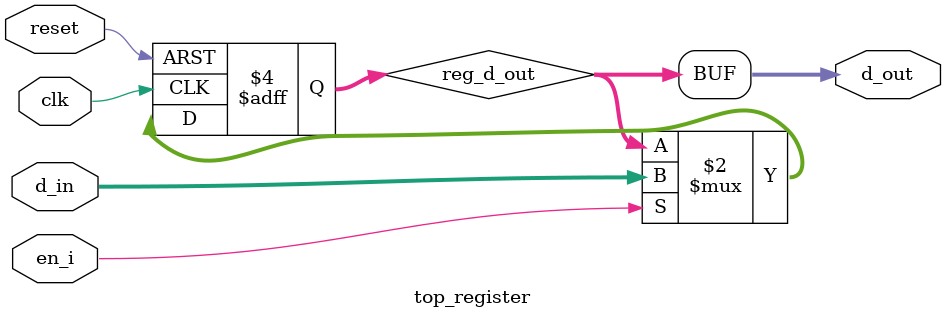
<source format=v>
module top_register(
    input  wire                  clk,
    input  wire                  reset,
    input  wire                  en_i,
    input  wire [7:0]           d_in,
    output wire [7:0]           d_out
);

    reg [7:0] reg_d_out;
    assign d_out = reg_d_out;

    always @(posedge clk or posedge reset) begin
        if(reset) begin
            reg_d_out <= 8'b0;
        end else begin
            if(en_i) reg_d_out <= d_in;
        end
    end

endmodule

</source>
